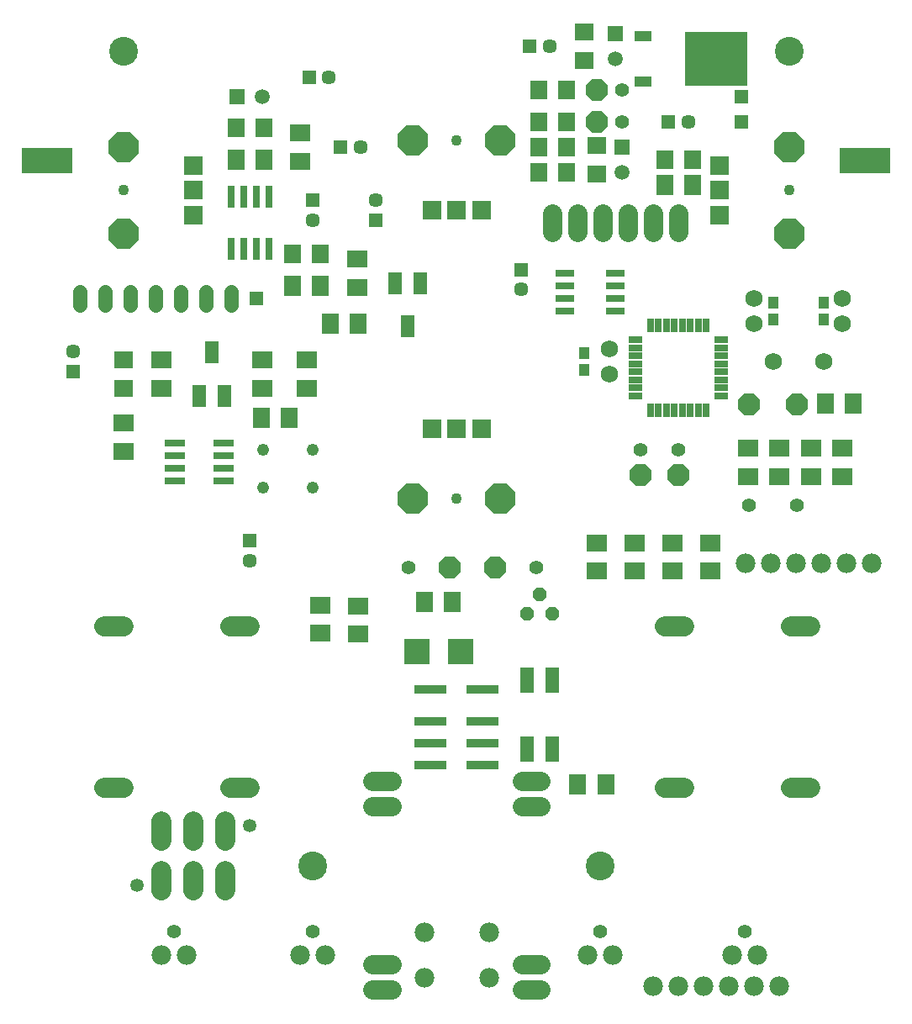
<source format=gbr>
G04 EAGLE Gerber X2 export*
%TF.Part,Single*%
%TF.FileFunction,Soldermask,Top,1*%
%TF.FilePolarity,Positive*%
%TF.GenerationSoftware,Autodesk,EAGLE,9.2.2*%
%TF.CreationDate,2019-03-12T13:45:00Z*%
G75*
%MOMM*%
%FSLAX34Y34*%
%LPD*%
%INSoldermask Top*%
%AMOC8*
5,1,8,0,0,1.08239X$1,22.5*%
G01*
%ADD10R,1.451600X1.451600*%
%ADD11C,1.451600*%
%ADD12R,1.101600X1.201600*%
%ADD13C,1.752600*%
%ADD14R,1.901600X1.701600*%
%ADD15C,1.244600*%
%ADD16R,1.701600X1.901600*%
%ADD17C,1.509600*%
%ADD18R,1.509600X1.509600*%
%ADD19R,0.711200X2.311400*%
%ADD20C,1.981200*%
%ADD21R,1.701600X2.101600*%
%ADD22R,2.101600X1.701600*%
%ADD23R,1.422400X2.286000*%
%ADD24R,1.981200X1.981200*%
%ADD25P,3.357141X8X22.500000*%
%ADD26C,1.101600*%
%ADD27R,1.422400X1.422400*%
%ADD28C,1.422400*%
%ADD29R,2.082800X0.660400*%
%ADD30R,1.371600X0.660400*%
%ADD31R,0.660400X1.371600*%
%ADD32P,3.357141X8X112.500000*%
%ADD33P,3.357141X8X202.500000*%
%ADD34P,3.357141X8X292.500000*%
%ADD35R,3.201600X0.901600*%
%ADD36R,1.371600X2.641600*%
%ADD37C,2.051600*%
%ADD38R,1.701600X1.101600*%
%ADD39R,6.301600X5.501600*%
%ADD40P,2.446851X8X22.500000*%
%ADD41R,2.501600X2.501600*%
%ADD42R,1.371600X1.371600*%
%ADD43C,1.351600*%
%ADD44C,1.981200*%
%ADD45C,2.901600*%
%ADD46R,5.181600X2.641600*%
%ADD47P,1.539592X8X22.500000*%
%ADD48R,1.821600X0.701600*%
%ADD49C,1.401600*%
%ADD50P,2.446851X8X202.500000*%


D10*
X55900Y637700D03*
D11*
X55900Y657700D03*
D10*
X360700Y790100D03*
D11*
X360700Y810100D03*
D10*
X297200Y810100D03*
D11*
X297200Y790100D03*
D12*
X811550Y707000D03*
X811550Y690000D03*
X760750Y707000D03*
X760750Y690000D03*
D13*
X595650Y635000D03*
X595650Y660400D03*
D10*
X325300Y863600D03*
D11*
X345300Y863600D03*
D14*
X106700Y649000D03*
X106700Y621000D03*
D15*
X296800Y520700D03*
X246800Y520700D03*
D10*
X293550Y933450D03*
D11*
X313550Y933450D03*
D16*
X247700Y882650D03*
X219700Y882650D03*
X276850Y755650D03*
X304850Y755650D03*
D17*
X246400Y914400D03*
D18*
X221000Y914400D03*
D19*
X214650Y761238D03*
X227350Y761238D03*
X240050Y761238D03*
X252750Y761238D03*
X252750Y813562D03*
X240050Y813562D03*
X227350Y813562D03*
X214650Y813562D03*
D20*
X538500Y796798D02*
X538500Y778002D01*
X563900Y778002D02*
X563900Y796798D01*
X589300Y796798D02*
X589300Y778002D01*
X614700Y778002D02*
X614700Y796798D01*
X640100Y796798D02*
X640100Y778002D01*
X665500Y778002D02*
X665500Y796798D01*
D21*
X219700Y850900D03*
X247700Y850900D03*
X276850Y723900D03*
X304850Y723900D03*
X314950Y685800D03*
X342950Y685800D03*
D22*
X341650Y750600D03*
X341650Y722600D03*
D23*
X405180Y726850D03*
X392450Y682850D03*
X379720Y726850D03*
D21*
X679500Y825500D03*
X651500Y825500D03*
D22*
X284500Y877600D03*
X284500Y849600D03*
X144800Y621000D03*
X144800Y649000D03*
D21*
X245100Y590550D03*
X273100Y590550D03*
D22*
X342926Y401539D03*
X342926Y373539D03*
X106700Y557500D03*
X106700Y585500D03*
X290850Y649000D03*
X290850Y621000D03*
X246400Y649000D03*
X246400Y621000D03*
D23*
X182870Y613000D03*
X195600Y657000D03*
X208330Y613000D03*
D24*
X177000Y845000D03*
X177000Y820000D03*
X177000Y795000D03*
D25*
X107000Y864000D03*
X107000Y776000D03*
D26*
X107000Y820000D03*
D27*
X240050Y711200D03*
D28*
X214650Y717804D02*
X214650Y704596D01*
X189250Y704596D02*
X189250Y717804D01*
X163850Y717804D02*
X163850Y704596D01*
X138450Y704596D02*
X138450Y717804D01*
X113050Y717804D02*
X113050Y704596D01*
X87650Y704596D02*
X87650Y717804D01*
X62250Y717804D02*
X62250Y704596D01*
D29*
X207538Y527050D03*
X207538Y539750D03*
X207538Y552450D03*
X207538Y565150D03*
X158262Y565150D03*
X158262Y552450D03*
X158262Y539750D03*
X158262Y527050D03*
D30*
X708426Y613350D03*
X708426Y621350D03*
X708426Y629350D03*
X708426Y637350D03*
X708426Y645350D03*
X708426Y653350D03*
X708426Y661350D03*
X708426Y669350D03*
D31*
X693500Y684276D03*
X685500Y684276D03*
X677500Y684276D03*
X669500Y684276D03*
X661500Y684276D03*
X653500Y684276D03*
X645500Y684276D03*
X637500Y684276D03*
D30*
X622574Y669350D03*
X622574Y661350D03*
X622574Y653350D03*
X622574Y645350D03*
X622574Y637350D03*
X622574Y629350D03*
X622574Y621350D03*
X622574Y613350D03*
D31*
X637500Y598424D03*
X645500Y598424D03*
X653500Y598424D03*
X661500Y598424D03*
X669500Y598424D03*
X677500Y598424D03*
X685500Y598424D03*
X693500Y598424D03*
D13*
X760750Y647700D03*
X811550Y647700D03*
D22*
X767100Y532100D03*
X767100Y560100D03*
X798850Y532100D03*
X798850Y560100D03*
X830600Y532100D03*
X830600Y560100D03*
X735350Y532100D03*
X735350Y560100D03*
D24*
X417000Y580000D03*
X442000Y580000D03*
X467000Y580000D03*
D32*
X398000Y510000D03*
X486000Y510000D03*
D26*
X442000Y510000D03*
D24*
X707000Y795000D03*
X707000Y820000D03*
X707000Y845000D03*
D33*
X777000Y776000D03*
X777000Y864000D03*
D26*
X777000Y820000D03*
D24*
X467000Y800000D03*
X442000Y800000D03*
X417000Y800000D03*
D34*
X486000Y870000D03*
X398000Y870000D03*
D26*
X442000Y870000D03*
D22*
X304399Y374155D03*
X304399Y402155D03*
D21*
X437489Y405703D03*
X409489Y405703D03*
D35*
X415261Y317400D03*
X415261Y285400D03*
X415261Y263400D03*
X415261Y241400D03*
X468261Y317400D03*
X468261Y285400D03*
X468261Y263400D03*
X468261Y241400D03*
D36*
X538500Y327100D03*
X513100Y327100D03*
X513100Y257100D03*
X538500Y257100D03*
D22*
X582950Y464850D03*
X582950Y436850D03*
X621050Y436850D03*
X621050Y464850D03*
X659150Y436850D03*
X659150Y464850D03*
D37*
X106250Y218850D02*
X86750Y218850D01*
X86750Y381150D02*
X106250Y381150D01*
X213750Y218850D02*
X233250Y218850D01*
X233250Y381150D02*
X213750Y381150D01*
X778750Y381150D02*
X798250Y381150D01*
X798250Y218850D02*
X778750Y218850D01*
X671250Y381150D02*
X651750Y381150D01*
X651750Y218850D02*
X671250Y218850D01*
D16*
X651500Y850900D03*
X679500Y850900D03*
D10*
X655500Y889000D03*
D11*
X675500Y889000D03*
D10*
X515800Y965200D03*
D11*
X535800Y965200D03*
D14*
X570250Y979200D03*
X570250Y951200D03*
D17*
X608350Y838200D03*
D18*
X608350Y863600D03*
D17*
X602000Y952500D03*
D18*
X602000Y977900D03*
D38*
X630200Y975300D03*
X630200Y929700D03*
D39*
X703200Y952500D03*
D10*
X233700Y467200D03*
D11*
X233700Y447200D03*
D21*
X564237Y221972D03*
X592237Y221972D03*
D15*
X296800Y558800D03*
X246800Y558800D03*
D16*
X524500Y889000D03*
X552500Y889000D03*
X524500Y863600D03*
X552500Y863600D03*
X524500Y838200D03*
X552500Y838200D03*
D14*
X582950Y864900D03*
X582950Y836900D03*
D40*
X627400Y533400D03*
X665500Y533400D03*
X582950Y920750D03*
X582950Y889000D03*
D41*
X402200Y355600D03*
X446200Y355600D03*
D42*
X729000Y914400D03*
X729000Y889000D03*
D37*
X145000Y135000D02*
X145000Y115500D01*
X177000Y115500D02*
X177000Y135000D01*
X209000Y135000D02*
X209000Y115500D01*
X209000Y165000D02*
X209000Y184500D01*
X177000Y184500D02*
X177000Y165000D01*
X145000Y165000D02*
X145000Y184500D01*
D43*
X120000Y120000D03*
X234000Y180000D03*
D44*
X474512Y72606D03*
X409488Y72606D03*
X474512Y27394D03*
X409488Y27394D03*
X170200Y50000D03*
X144800Y50000D03*
X309900Y50000D03*
X284500Y50000D03*
X599700Y50000D03*
X574300Y50000D03*
X744700Y50000D03*
X719300Y50000D03*
D22*
X697250Y436850D03*
X697250Y464850D03*
D45*
X107000Y960000D03*
X777000Y960000D03*
D16*
X552500Y920750D03*
X524500Y920750D03*
D46*
X853134Y850000D03*
X29946Y850000D03*
D47*
X538500Y393700D03*
X525800Y412750D03*
X513100Y393700D03*
D13*
X741700Y711200D03*
X741700Y685800D03*
X830600Y711200D03*
X830600Y685800D03*
D12*
X570250Y639200D03*
X570250Y656200D03*
D45*
X297000Y140000D03*
X587000Y140000D03*
D48*
X602000Y698500D03*
X602000Y711200D03*
X602000Y723900D03*
X602000Y736600D03*
X551200Y736600D03*
X551200Y723900D03*
X551200Y711200D03*
X551200Y698500D03*
D10*
X506750Y740250D03*
D11*
X506750Y720250D03*
D49*
X608350Y889000D03*
X608350Y920750D03*
X627400Y558800D03*
X665500Y558800D03*
D50*
X785183Y604258D03*
D40*
X736512Y604258D03*
D49*
X785183Y502936D03*
X736512Y502936D03*
D21*
X813494Y605553D03*
X841494Y605553D03*
D49*
X393696Y440002D03*
X522315Y440002D03*
D40*
X435510Y440002D03*
X480500Y440002D03*
D20*
X507602Y200000D02*
X526398Y200000D01*
X526398Y225400D02*
X507602Y225400D01*
X376398Y200000D02*
X357602Y200000D01*
X357602Y225400D02*
X376398Y225400D01*
X507602Y15000D02*
X526398Y15000D01*
X526398Y40400D02*
X507602Y40400D01*
X376398Y15000D02*
X357602Y15000D01*
X357602Y40400D02*
X376398Y40400D01*
D44*
X766746Y18896D03*
X741346Y18896D03*
X715946Y18896D03*
X690546Y18896D03*
X665146Y18896D03*
X639746Y18896D03*
X860263Y444561D03*
X834863Y444561D03*
X809463Y444561D03*
X784063Y444561D03*
X758663Y444561D03*
X733263Y444561D03*
D49*
X157500Y74000D03*
X297200Y74000D03*
X587000Y74000D03*
X732000Y74000D03*
M02*

</source>
